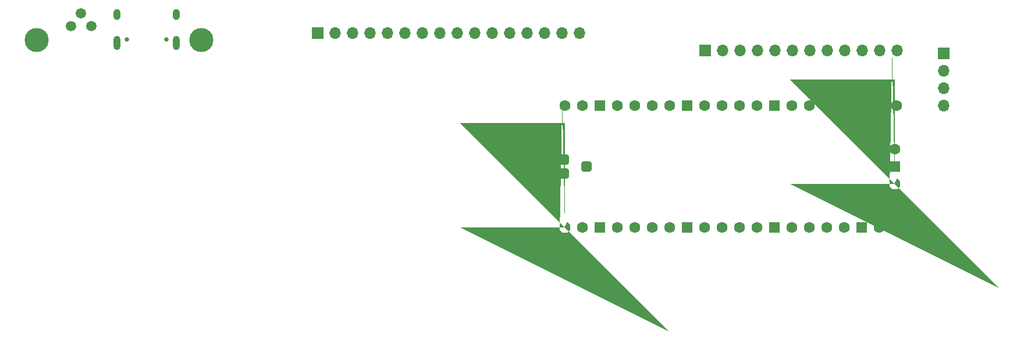
<source format=gbs>
%TF.GenerationSoftware,KiCad,Pcbnew,7.0.1-3b83917a11~172~ubuntu22.10.1*%
%TF.CreationDate,2023-04-03T16:10:19+02:00*%
%TF.ProjectId,Model-M-RP2040-USB,4d6f6465-6c2d-44d2-9d52-50323034302d,rev?*%
%TF.SameCoordinates,Original*%
%TF.FileFunction,Soldermask,Bot*%
%TF.FilePolarity,Negative*%
%FSLAX46Y46*%
G04 Gerber Fmt 4.6, Leading zero omitted, Abs format (unit mm)*
G04 Created by KiCad (PCBNEW 7.0.1-3b83917a11~172~ubuntu22.10.1) date 2023-04-03 16:10:19*
%MOMM*%
%LPD*%
G01*
G04 APERTURE LIST*
G04 Aperture macros list*
%AMRoundRect*
0 Rectangle with rounded corners*
0 $1 Rounding radius*
0 $2 $3 $4 $5 $6 $7 $8 $9 X,Y pos of 4 corners*
0 Add a 4 corners polygon primitive as box body*
4,1,4,$2,$3,$4,$5,$6,$7,$8,$9,$2,$3,0*
0 Add four circle primitives for the rounded corners*
1,1,$1+$1,$2,$3*
1,1,$1+$1,$4,$5*
1,1,$1+$1,$6,$7*
1,1,$1+$1,$8,$9*
0 Add four rect primitives between the rounded corners*
20,1,$1+$1,$2,$3,$4,$5,0*
20,1,$1+$1,$4,$5,$6,$7,0*
20,1,$1+$1,$6,$7,$8,$9,0*
20,1,$1+$1,$8,$9,$2,$3,0*%
%AMFreePoly0*
4,1,58,0.281242,0.792533,0.314585,0.788777,0.324216,0.782725,0.335306,0.780194,0.361541,0.759271,0.389950,0.741421,0.741421,0.389950,0.759271,0.361541,0.780194,0.335306,0.782725,0.324216,0.788777,0.314585,0.792533,0.281242,0.800000,0.248529,0.800000,-0.248529,0.792533,-0.281242,0.788777,-0.314585,0.782725,-0.324216,0.780194,-0.335306,0.759271,-0.361541,0.741421,-0.389950,
0.389950,-0.741421,0.361541,-0.759271,0.335306,-0.780194,0.324216,-0.782725,0.314585,-0.788777,0.281242,-0.792533,0.248529,-0.800000,0.000000,-0.800000,-0.248529,-0.800000,-0.281242,-0.792533,-0.314585,-0.788777,-0.324216,-0.782725,-0.335306,-0.780194,-0.361541,-0.759271,-0.389950,-0.741421,-0.741421,-0.389950,-0.759271,-0.361541,-0.780194,-0.335306,-0.782725,-0.324216,-0.788777,-0.314585,
-0.792533,-0.281242,-0.800000,-0.248529,-0.800000,0.248529,-0.792533,0.281242,-0.788777,0.314585,-0.782725,0.324216,-0.780194,0.335306,-0.759271,0.361541,-0.741421,0.389950,-0.389950,0.741421,-0.361541,0.759271,-0.335306,0.780194,-0.324216,0.782725,-0.314585,0.788777,-0.281242,0.792533,-0.248529,0.800000,0.248529,0.800000,0.281242,0.792533,0.281242,0.792533,$1*%
G04 Aperture macros list end*
%ADD10C,0.650000*%
%ADD11O,1.000000X2.100000*%
%ADD12O,1.000000X1.600000*%
%ADD13FreePoly0,90.000000*%
%ADD14C,1.600000*%
%ADD15RoundRect,0.200000X0.600000X-0.600000X0.600000X0.600000X-0.600000X0.600000X-0.600000X-0.600000X0*%
%ADD16RoundRect,0.300000X0.450000X-0.450000X0.450000X0.450000X-0.450000X0.450000X-0.450000X-0.450000X0*%
%ADD17C,3.500000*%
%ADD18C,1.500000*%
%ADD19R,1.700000X1.700000*%
%ADD20O,1.700000X1.700000*%
G04 APERTURE END LIST*
D10*
X61800101Y-35450000D03*
X56020101Y-35450000D03*
D11*
X63230101Y-35980000D03*
D12*
X63230101Y-31800000D03*
D11*
X54590101Y-35980000D03*
D12*
X54590101Y-31800000D03*
D13*
X119800000Y-62885000D03*
D14*
X122340000Y-62885000D03*
D15*
X124880000Y-62885000D03*
D14*
X127420000Y-62885000D03*
X129960000Y-62885000D03*
X132500000Y-62885000D03*
X135040000Y-62885000D03*
D15*
X137580000Y-62885000D03*
D14*
X140120000Y-62885000D03*
X142660000Y-62885000D03*
X145200000Y-62885000D03*
X147740000Y-62885000D03*
D15*
X150280000Y-62885000D03*
D14*
X152820000Y-62885000D03*
X155360000Y-62885000D03*
X157900000Y-62885000D03*
X160440000Y-62885000D03*
D15*
X162980000Y-62885000D03*
D14*
X165520000Y-62885000D03*
X168060000Y-62885000D03*
X168060000Y-45105000D03*
X165520000Y-45105000D03*
D15*
X162980000Y-45105000D03*
D14*
X160440000Y-45105000D03*
X157900000Y-45105000D03*
X155360000Y-45105000D03*
X152820000Y-45105000D03*
D15*
X150280000Y-45105000D03*
D14*
X147740000Y-45105000D03*
X145200000Y-45105000D03*
X142660000Y-45105000D03*
X140120000Y-45105000D03*
D15*
X137580000Y-45105000D03*
D14*
X135040000Y-45105000D03*
X132500000Y-45105000D03*
X129960000Y-45105000D03*
X127420000Y-45105000D03*
D15*
X124880000Y-45105000D03*
D14*
X122340000Y-45105000D03*
X119800000Y-45105000D03*
D13*
X167830000Y-56535000D03*
D15*
X167830000Y-53995000D03*
D14*
X167830000Y-51455000D03*
D16*
X122930000Y-53995000D03*
X119630000Y-52995000D03*
X119630000Y-54995000D03*
D17*
X42900000Y-35500000D03*
D18*
X50900000Y-33475000D03*
X47900000Y-33475000D03*
X49400000Y-31625000D03*
D19*
X83800000Y-34500000D03*
D20*
X86340000Y-34500000D03*
X88880000Y-34500000D03*
X91420000Y-34500000D03*
X93960000Y-34500000D03*
X96500000Y-34500000D03*
X99040000Y-34500000D03*
X101580000Y-34500000D03*
X104120000Y-34500000D03*
X106660000Y-34500000D03*
X109200000Y-34500000D03*
X111740000Y-34500000D03*
X114280000Y-34500000D03*
X116820000Y-34500000D03*
X119360000Y-34500000D03*
X121900000Y-34500000D03*
D19*
X140200000Y-37100000D03*
D20*
X142740000Y-37100000D03*
X145280000Y-37100000D03*
X147820000Y-37100000D03*
X150360000Y-37100000D03*
X152900000Y-37100000D03*
X155440000Y-37100000D03*
X157980000Y-37100000D03*
X160520000Y-37100000D03*
X163060000Y-37100000D03*
X165600000Y-37100000D03*
X168140000Y-37100000D03*
D19*
X174900000Y-37500000D03*
D20*
X174900000Y-40040000D03*
X174900000Y-42580000D03*
X174900000Y-45120000D03*
D17*
X66900000Y-35500000D03*
M02*

</source>
